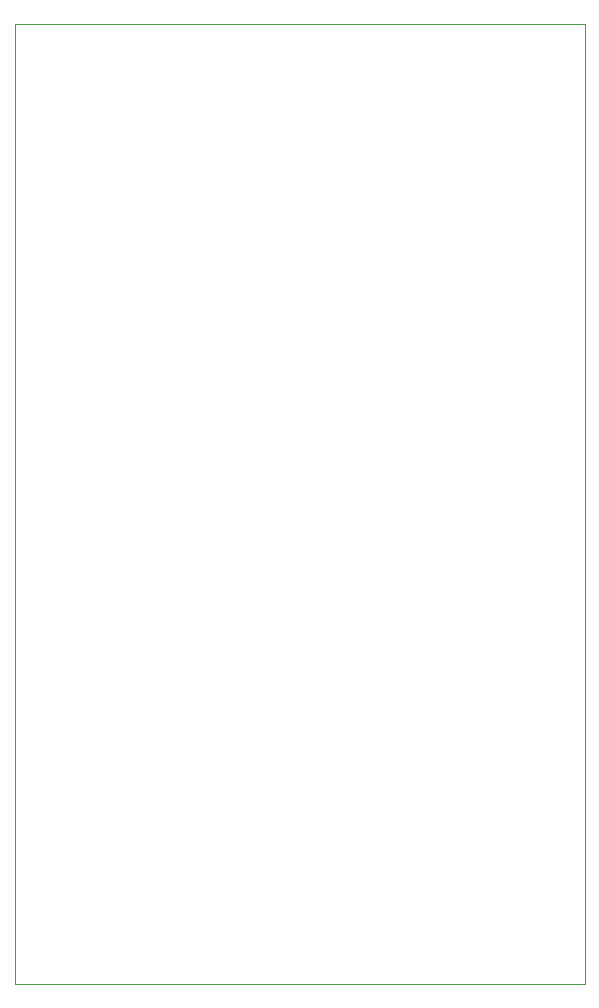
<source format=gbr>
G04 #@! TF.GenerationSoftware,KiCad,Pcbnew,(5.1.4)-1*
G04 #@! TF.CreationDate,2019-10-01T00:12:14+07:00*
G04 #@! TF.ProjectId,Microphone-PreAmp,4d696372-6f70-4686-9f6e-652d50726541,rev?*
G04 #@! TF.SameCoordinates,Original*
G04 #@! TF.FileFunction,Profile,NP*
%FSLAX46Y46*%
G04 Gerber Fmt 4.6, Leading zero omitted, Abs format (unit mm)*
G04 Created by KiCad (PCBNEW (5.1.4)-1) date 2019-10-01 00:12:14*
%MOMM*%
%LPD*%
G04 APERTURE LIST*
%ADD10C,0.050000*%
G04 APERTURE END LIST*
D10*
X104140000Y-46990000D02*
X55880000Y-46990000D01*
X104140000Y-128270000D02*
X104140000Y-46990000D01*
X55880000Y-128270000D02*
X55880000Y-46990000D01*
X55880000Y-128270000D02*
X104140000Y-128270000D01*
M02*

</source>
